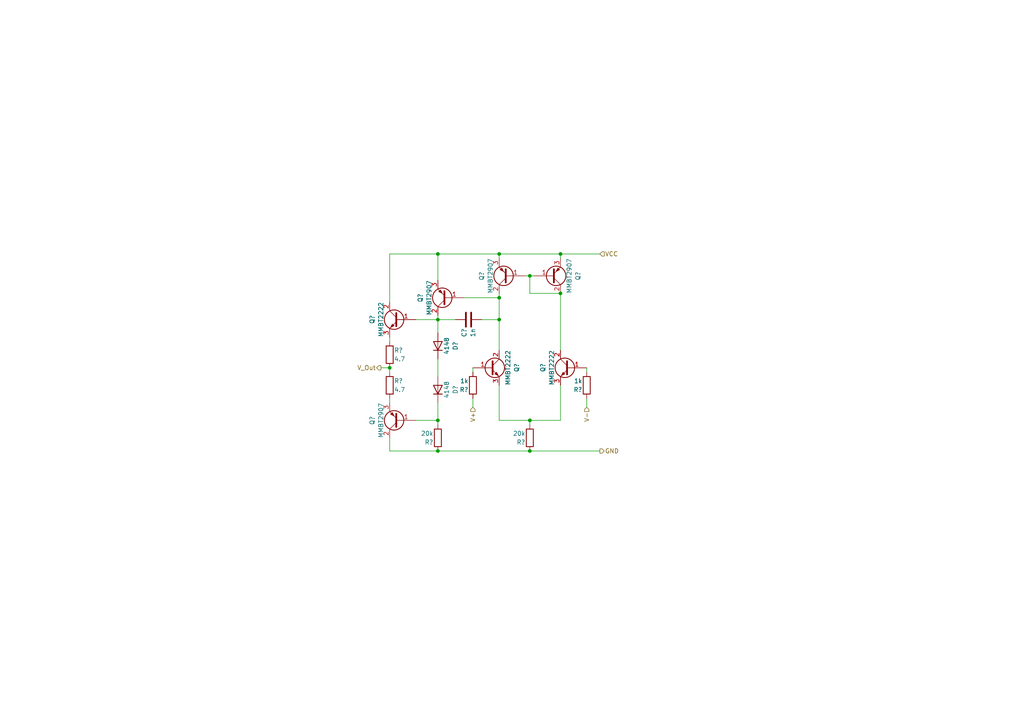
<source format=kicad_sch>
(kicad_sch (version 20211123) (generator eeschema)
  (paper "A4")
  (lib_symbols
    (symbol "Device:C" (pin_numbers hide) (pin_names (offset 0.254))
      (property "Reference" "C" (at 0.635 2.54 0))
      (property "Value" "C" (at 0.635 -2.54 0))
      (symbol "C_0_1"
        (polyline (pts (xy -2.032 -0.762) (xy 2.032 -0.762)) (stroke (width 0.508)))
        (polyline (pts (xy -2.032 0.762) (xy 2.032 0.762)) (stroke (width 0.508)))
      )
      (symbol "C_1_1"
        (pin passive line (at 0 3.81 270) (length 2.794) (name "~") (number "1"))
        (pin passive line (at 0 -3.81 90) (length 2.794) (name "~") (number "2"))
      )
    )
    (symbol "Device:D" (pin_numbers hide) (pin_names (offset 1.016) hide)
      (property "Reference" "D" (at 0 2.54 0))
      (property "Value" "D" (at 0 -2.54 0))
      (symbol "D_0_1"
        (polyline (pts (xy -1.27 1.27) (xy -1.27 -1.27)) (stroke (width 0.254)))
        (polyline (pts (xy 1.27 0) (xy -1.27 0)))
        (polyline (pts (xy 1.27 1.27) (xy 1.27 -1.27) (xy -1.27 0) (xy 1.27 1.27)) (stroke (width 0.254)))
      )
      (symbol "D_1_1"
        (pin passive line (at -3.81 0 0) (length 2.54) (name "K") (number "1"))
        (pin passive line (at 3.81 0 180) (length 2.54) (name "A") (number "2"))
      )
    )
    (symbol "Device:Q_NPN_BCE" (pin_names (offset 0) hide)
      (property "Reference" "Q" (at 5.08 1.27 0))
      (property "Value" "Q_NPN_BCE" (at 5.08 -1.27 0))
      (symbol "Q_NPN_BCE_0_1"
        (polyline (pts (xy 0.635 0.635) (xy 2.54 2.54)))
        (polyline (pts (xy 0.635 -0.635) (xy 2.54 -2.54) (xy 2.54 -2.54)))
        (polyline (pts (xy 0.635 1.905) (xy 0.635 -1.905) (xy 0.635 -1.905)) (stroke (width 0.508)))
        (polyline (pts (xy 1.27 -1.778) (xy 1.778 -1.27) (xy 2.286 -2.286) (xy 1.27 -1.778) (xy 1.27 -1.778)) (fill (type outline)))
        (circle (center 1.27 0) (radius 2.8194) (stroke (width 0.254)))
      )
      (symbol "Q_NPN_BCE_1_1"
        (pin input line (at -5.08 0 0) (length 5.715) (name "B") (number "1"))
        (pin passive line (at 2.54 5.08 270) (length 2.54) (name "C") (number "2"))
        (pin passive line (at 2.54 -5.08 90) (length 2.54) (name "E") (number "3"))
      )
    )
    (symbol "Device:Q_PNP_BCE" (pin_names (offset 0) hide)
      (property "Reference" "Q" (at 5.08 1.27 0))
      (property "Value" "Q_PNP_BCE" (at 5.08 -1.27 0))
      (symbol "Q_PNP_BCE_0_1"
        (polyline (pts (xy 0.635 0.635) (xy 2.54 2.54)))
        (polyline (pts (xy 0.635 -0.635) (xy 2.54 -2.54) (xy 2.54 -2.54)))
        (polyline (pts (xy 0.635 1.905) (xy 0.635 -1.905) (xy 0.635 -1.905)) (stroke (width 0.508)))
        (polyline (pts (xy 2.286 -1.778) (xy 1.778 -2.286) (xy 1.27 -1.27) (xy 2.286 -1.778) (xy 2.286 -1.778)) (fill (type outline)))
        (circle (center 1.27 0) (radius 2.8194) (stroke (width 0.254)))
      )
      (symbol "Q_PNP_BCE_1_1"
        (pin input line (at -5.08 0 0) (length 5.715) (name "B") (number "1"))
        (pin passive line (at 2.54 5.08 270) (length 2.54) (name "C") (number "2"))
        (pin passive line (at 2.54 -5.08 90) (length 2.54) (name "E") (number "3"))
      )
    )
    (symbol "Device:R" (pin_numbers hide) (pin_names (offset 0))
      (property "Reference" "R" (at 2.032 0 90))
      (property "Value" "R" (at 0 0 90))
      (symbol "R_0_1"
        (rectangle (start -1.016 -2.54) (end 1.016 2.54) (stroke (width 0.254)))
      )
      (symbol "R_1_1"
        (pin passive line (at 0 3.81 270) (length 1.27) (name "~") (number "1"))
        (pin passive line (at 0 -3.81 90) (length 1.27) (name "~") (number "2"))
      )
    )
  )
  (junction (at 153.67 130.81))
  (junction (at 127 73.66))
  (junction (at 144.78 73.66))
  (junction (at 144.78 92.71))
  (junction (at 144.78 86.36))
  (junction (at 127 130.81))
  (junction (at 162.56 73.66))
  (junction (at 153.67 121.92))
  (junction (at 153.67 80.01))
  (junction (at 127 92.71))
  (junction (at 127 121.92))
  (junction (at 113.03 106.68))
  (junction (at 162.56 85.09))
  (wire (pts (xy 127 130.81) (xy 153.67 130.81)))
  (wire (pts (xy 162.56 121.92) (xy 162.56 111.76)))
  (wire (pts (xy 113.03 97.79) (xy 113.03 99.06)))
  (wire (pts (xy 144.78 73.66) (xy 162.56 73.66)))
  (wire (pts (xy 113.03 127) (xy 113.03 130.81)))
  (wire (pts (xy 153.67 80.01) (xy 153.67 85.09)))
  (wire (pts (xy 127 121.92) (xy 127 123.19)))
  (wire (pts (xy 152.4 80.01) (xy 153.67 80.01)))
  (wire (pts (xy 139.7 92.71) (xy 144.78 92.71)))
  (wire (pts (xy 127 104.14) (xy 127 109.22)))
  (wire (pts (xy 110.49 106.68) (xy 113.03 106.68)))
  (wire (pts (xy 127 91.44) (xy 127 92.71)))
  (wire (pts (xy 144.78 73.66) (xy 127 73.66)))
  (wire (pts (xy 134.62 86.36) (xy 144.78 86.36)))
  (wire (pts (xy 162.56 85.09) (xy 162.56 101.6)))
  (wire (pts (xy 153.67 130.81) (xy 173.99 130.81)))
  (wire (pts (xy 137.16 115.57) (xy 137.16 118.11)))
  (wire (pts (xy 113.03 115.57) (xy 113.03 116.84)))
  (wire (pts (xy 153.67 85.09) (xy 162.56 85.09)))
  (wire (pts (xy 144.78 111.76) (xy 144.78 121.92)))
  (wire (pts (xy 144.78 92.71) (xy 144.78 101.6)))
  (wire (pts (xy 127 92.71) (xy 127 96.52)))
  (wire (pts (xy 170.18 115.57) (xy 170.18 118.11)))
  (wire (pts (xy 144.78 121.92) (xy 153.67 121.92)))
  (wire (pts (xy 127 92.71) (xy 132.08 92.71)))
  (wire (pts (xy 113.03 130.81) (xy 127 130.81)))
  (wire (pts (xy 113.03 73.66) (xy 113.03 87.63)))
  (wire (pts (xy 113.03 106.68) (xy 113.03 107.95)))
  (wire (pts (xy 162.56 73.66) (xy 162.56 74.93)))
  (wire (pts (xy 113.03 73.66) (xy 127 73.66)))
  (wire (pts (xy 127 116.84) (xy 127 121.92)))
  (wire (pts (xy 162.56 73.66) (xy 173.99 73.66)))
  (wire (pts (xy 120.65 121.92) (xy 127 121.92)))
  (wire (pts (xy 144.78 73.66) (xy 144.78 74.93)))
  (wire (pts (xy 153.67 80.01) (xy 154.94 80.01)))
  (wire (pts (xy 170.18 106.68) (xy 170.18 107.95)))
  (wire (pts (xy 153.67 121.92) (xy 153.67 123.19)))
  (wire (pts (xy 120.65 92.71) (xy 127 92.71)))
  (wire (pts (xy 144.78 85.09) (xy 144.78 86.36)))
  (wire (pts (xy 137.16 106.68) (xy 137.16 107.95)))
  (wire (pts (xy 153.67 121.92) (xy 162.56 121.92)))
  (wire (pts (xy 144.78 86.36) (xy 144.78 92.71)))
  (wire (pts (xy 127 73.66) (xy 127 81.28)))
  (hierarchical_label "GND" (shape output) (at 173.99 130.81 0))
  (hierarchical_label "V-" (shape input) (at 170.18 118.11 270))
  (hierarchical_label "V_Out" (shape output) (at 110.49 106.68 180))
  (hierarchical_label "VCC" (shape input) (at 173.99 73.66 0))
  (hierarchical_label "V+" (shape input) (at 137.16 118.11 270))
  (symbol (lib_id "Device:D") (at 127 113.03 270) (mirror x) (unit 1)
    (property "Reference" "D?" (at 132.08 113.03 0))
    (property "Value" "4148" (at 129.54 113.03 0))
  )
  (symbol (lib_id "Device:Q_PNP_BCE") (at 129.54 86.36 180) (unit 1)
    (property "Reference" "Q?" (at 121.92 85.09 90) (effects (justify left)))
    (property "Value" "MMBT2907" (at 124.46 81.28 90) (effects (justify left)))
  )
  (symbol (lib_id "Device:Q_NPN_BCE") (at 165.1 106.68 0) (mirror y) (unit 1)
    (property "Reference" "Q?" (at 157.48 107.95 90) (effects (justify left)))
    (property "Value" "MMBT2222" (at 160.02 111.76 90) (effects (justify left)))
  )
  (symbol (lib_id "Device:D") (at 127 100.33 270) (mirror x) (unit 1)
    (property "Reference" "D?" (at 132.08 100.33 0))
    (property "Value" "4148" (at 129.54 100.33 0))
  )
  (symbol (lib_id "Device:Q_NPN_BCE") (at 115.57 92.71 0) (mirror y) (unit 1)
    (property "Reference" "Q?" (at 107.95 93.98 90) (effects (justify left)))
    (property "Value" "MMBT2222" (at 110.49 97.79 90) (effects (justify left)))
  )
  (symbol (lib_id "Device:Q_PNP_BCE") (at 147.32 80.01 180) (unit 1)
    (property "Reference" "Q?" (at 139.7 78.74 90) (effects (justify left)))
    (property "Value" "MMBT2907" (at 142.24 74.93 90) (effects (justify left)))
  )
  (symbol (lib_id "Device:R") (at 153.67 127 180) (unit 1)
    (property "Reference" "R?" (at 152.4 128.27 0) (effects (justify left)))
    (property "Value" "20k" (at 152.4 125.73 0) (effects (justify left)))
  )
  (symbol (lib_id "Device:R") (at 127 127 180) (unit 1)
    (property "Reference" "R?" (at 125.73 128.27 0) (effects (justify left)))
    (property "Value" "20k" (at 125.73 125.73 0) (effects (justify left)))
  )
  (symbol (lib_id "Device:R") (at 113.03 102.87 0) (unit 1)
    (property "Reference" "R?" (at 114.3 101.6 0) (effects (justify left)))
    (property "Value" "4.7" (at 114.3 104.14 0) (effects (justify left)))
  )
  (symbol (lib_id "Device:R") (at 137.16 111.76 180) (unit 1)
    (property "Reference" "R?" (at 135.89 113.03 0) (effects (justify left)))
    (property "Value" "1k" (at 135.89 110.49 0) (effects (justify left)))
  )
  (symbol (lib_id "Device:Q_PNP_BCE") (at 115.57 121.92 180) (unit 1)
    (property "Reference" "Q?" (at 107.95 120.65 90) (effects (justify left)))
    (property "Value" "MMBT2907" (at 110.49 116.84 90) (effects (justify left)))
  )
  (symbol (lib_id "Device:R") (at 113.03 111.76 0) (unit 1)
    (property "Reference" "R?" (at 114.3 110.49 0) (effects (justify left)))
    (property "Value" "4.7" (at 114.3 113.03 0) (effects (justify left)))
  )
  (symbol (lib_id "Device:Q_PNP_BCE") (at 160.02 80.01 0) (mirror x) (unit 1)
    (property "Reference" "Q?" (at 167.64 78.74 90) (effects (justify left)))
    (property "Value" "MMBT2907" (at 165.1 74.93 90) (effects (justify left)))
  )
  (symbol (lib_id "Device:Q_NPN_BCE") (at 142.24 106.68 0) (unit 1)
    (property "Reference" "Q?" (at 149.86 107.95 90) (effects (justify left)))
    (property "Value" "MMBT2222" (at 147.32 111.76 90) (effects (justify left)))
  )
  (symbol (lib_id "Device:C") (at 135.89 92.71 90) (unit 1)
    (property "Reference" "C?" (at 134.62 96.52 0))
    (property "Value" "1n" (at 137.16 96.52 0))
  )
  (symbol (lib_id "Device:R") (at 170.18 111.76 180) (unit 1)
    (property "Reference" "R?" (at 168.91 113.03 0) (effects (justify left)))
    (property "Value" "1k" (at 168.91 110.49 0) (effects (justify left)))
  )
)
</source>
